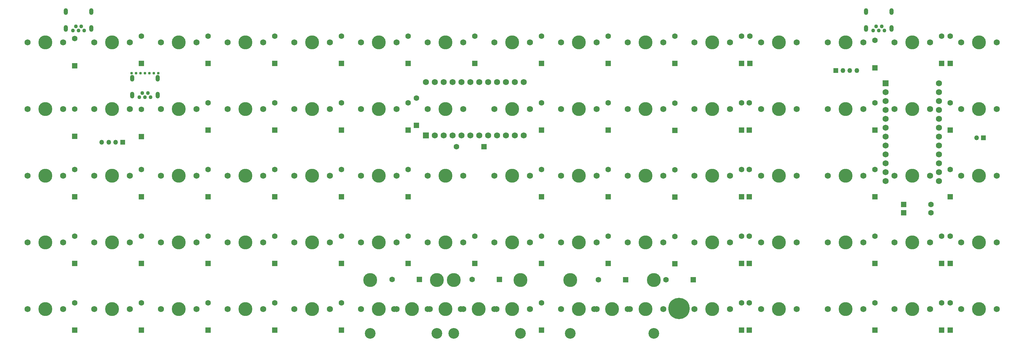
<source format=gbr>
%TF.GenerationSoftware,KiCad,Pcbnew,(5.1.7)-1*%
%TF.CreationDate,2021-02-07T19:51:08+07:00*%
%TF.ProjectId,75-pixels,37352d70-6978-4656-9c73-2e6b69636164,rev?*%
%TF.SameCoordinates,Original*%
%TF.FileFunction,Soldermask,Top*%
%TF.FilePolarity,Negative*%
%FSLAX46Y46*%
G04 Gerber Fmt 4.6, Leading zero omitted, Abs format (unit mm)*
G04 Created by KiCad (PCBNEW (5.1.7)-1) date 2021-02-07 19:51:08*
%MOMM*%
%LPD*%
G01*
G04 APERTURE LIST*
%ADD10C,1.752600*%
%ADD11R,1.752600X1.752600*%
%ADD12C,3.987800*%
%ADD13C,1.750000*%
%ADD14C,3.048000*%
%ADD15O,1.350000X1.350000*%
%ADD16R,1.350000X1.350000*%
%ADD17C,0.787400*%
%ADD18O,1.200000X1.900000*%
%ADD19C,1.100000*%
%ADD20C,6.100000*%
%ADD21R,1.600000X1.600000*%
%ADD22C,1.600000*%
G04 APERTURE END LIST*
D10*
%TO.C,U2*%
X280432500Y-39092500D03*
X265192500Y-67032500D03*
X280432500Y-41632500D03*
X280432500Y-44172500D03*
X280432500Y-46712500D03*
X280432500Y-49252500D03*
X280432500Y-51792500D03*
X280432500Y-54332500D03*
X280432500Y-56872500D03*
X280432500Y-59412500D03*
X280432500Y-61952500D03*
X280432500Y-64492500D03*
X280432500Y-67032500D03*
X265192500Y-64492500D03*
X265192500Y-61952500D03*
X265192500Y-59412500D03*
X265192500Y-56872500D03*
X265192500Y-54332500D03*
X265192500Y-51792500D03*
X265192500Y-49252500D03*
X265192500Y-46712500D03*
X265192500Y-44172500D03*
X265192500Y-41632500D03*
D11*
X265192500Y-39092500D03*
%TD*%
D10*
%TO.C,U1*%
X133873750Y-38786250D03*
X161813750Y-54026250D03*
X136413750Y-38786250D03*
X138953750Y-38786250D03*
X141493750Y-38786250D03*
X144033750Y-38786250D03*
X146573750Y-38786250D03*
X149113750Y-38786250D03*
X151653750Y-38786250D03*
X154193750Y-38786250D03*
X156733750Y-38786250D03*
X159273750Y-38786250D03*
X161813750Y-38786250D03*
X159273750Y-54026250D03*
X156733750Y-54026250D03*
X154193750Y-54026250D03*
X151653750Y-54026250D03*
X149113750Y-54026250D03*
X146573750Y-54026250D03*
X144033750Y-54026250D03*
X141493750Y-54026250D03*
X138953750Y-54026250D03*
X136413750Y-54026250D03*
D11*
X133873750Y-54026250D03*
%TD*%
D12*
%TO.C,MX_2u_1*%
X148950000Y-103575000D03*
D13*
X143870000Y-103575000D03*
X154030000Y-103575000D03*
D14*
X137043750Y-110560000D03*
X160856250Y-110560000D03*
D12*
X137043750Y-95320000D03*
X160856250Y-95320000D03*
%TD*%
D15*
%TO.C,RESET1*%
X291156250Y-54656250D03*
D16*
X293156250Y-54656250D03*
%TD*%
D17*
%TO.C,REF\u002A\u002A*%
X54843750Y-36214750D03*
X56113750Y-36214750D03*
X57383750Y-36214750D03*
X53573750Y-36214750D03*
X52303750Y-36214750D03*
%TD*%
D15*
%TO.C,J5*%
X256968750Y-35437500D03*
X254968750Y-35437500D03*
X252968750Y-35437500D03*
D16*
X250968750Y-35437500D03*
%TD*%
D18*
%TO.C,J4*%
X266900000Y-23437500D03*
X259600000Y-23437500D03*
D19*
X261650000Y-24037500D03*
X262450000Y-22837500D03*
X263250000Y-24037500D03*
X264050000Y-22837500D03*
X264850000Y-24037500D03*
D18*
X259600000Y-18617500D03*
X266900000Y-18617500D03*
%TD*%
D20*
%TO.C,Poker_oval_hole*%
X206156250Y-103406250D03*
%TD*%
D13*
%TO.C,MX0_13*%
X277855000Y-27375000D03*
X267695000Y-27375000D03*
D12*
X272775000Y-27375000D03*
%TD*%
D17*
%TO.C,REF\u002A\u002A*%
X49772500Y-36214750D03*
X51042500Y-36214750D03*
X54852500Y-36214750D03*
X53582500Y-36214750D03*
X52312500Y-36214750D03*
%TD*%
D13*
%TO.C,MX1_1*%
X49255000Y-46425000D03*
X39095000Y-46425000D03*
D12*
X44175000Y-46425000D03*
%TD*%
D13*
%TO.C,MX0_2*%
X68305000Y-27375000D03*
X58145000Y-27375000D03*
D12*
X63225000Y-27375000D03*
%TD*%
%TO.C,MX_2u_2*%
X187050000Y-103575000D03*
D13*
X181970000Y-103575000D03*
X192130000Y-103575000D03*
D14*
X175143750Y-110560000D03*
X198956250Y-110560000D03*
D12*
X175143750Y-95320000D03*
X198956250Y-95320000D03*
%TD*%
%TO.C,MX_2u_0*%
X129900000Y-103575000D03*
D13*
X124820000Y-103575000D03*
X134980000Y-103575000D03*
D14*
X117993750Y-110560000D03*
X141806250Y-110560000D03*
D12*
X117993750Y-95320000D03*
X141806250Y-95320000D03*
%TD*%
D15*
%TO.C,J3*%
X41250000Y-55968750D03*
X43250000Y-55968750D03*
X45250000Y-55968750D03*
D16*
X47250000Y-55968750D03*
%TD*%
D13*
%TO.C,MX0_1*%
X49255000Y-27375000D03*
X39095000Y-27375000D03*
D12*
X44175000Y-27375000D03*
%TD*%
D13*
%TO.C,MX0_0*%
X30205000Y-27375000D03*
X20045000Y-27375000D03*
D12*
X25125000Y-27375000D03*
%TD*%
D13*
%TO.C,MX0_3*%
X87355000Y-27375000D03*
X77195000Y-27375000D03*
D12*
X82275000Y-27375000D03*
%TD*%
D13*
%TO.C,MX0_5*%
X125455000Y-27375000D03*
X115295000Y-27375000D03*
D12*
X120375000Y-27375000D03*
%TD*%
D13*
%TO.C,MX0_6*%
X144505000Y-27375000D03*
X134345000Y-27375000D03*
D12*
X139425000Y-27375000D03*
%TD*%
D13*
%TO.C,MX0_8*%
X182605000Y-27375000D03*
X172445000Y-27375000D03*
D12*
X177525000Y-27375000D03*
%TD*%
D13*
%TO.C,MX0_9*%
X201655000Y-27375000D03*
X191495000Y-27375000D03*
D12*
X196575000Y-27375000D03*
%TD*%
D13*
%TO.C,MX0_11*%
X239755000Y-27375000D03*
X229595000Y-27375000D03*
D12*
X234675000Y-27375000D03*
%TD*%
D13*
%TO.C,MX0_12*%
X258805000Y-27375000D03*
X248645000Y-27375000D03*
D12*
X253725000Y-27375000D03*
%TD*%
D13*
%TO.C,MX1_0*%
X30205000Y-46425000D03*
X20045000Y-46425000D03*
D12*
X25125000Y-46425000D03*
%TD*%
D13*
%TO.C,MX1_2*%
X68305000Y-46425000D03*
X58145000Y-46425000D03*
D12*
X63225000Y-46425000D03*
%TD*%
D13*
%TO.C,MX1_3*%
X87355000Y-46425000D03*
X77195000Y-46425000D03*
D12*
X82275000Y-46425000D03*
%TD*%
D13*
%TO.C,MX1_4*%
X106405000Y-46425000D03*
X96245000Y-46425000D03*
D12*
X101325000Y-46425000D03*
%TD*%
D13*
%TO.C,MX1_5*%
X125455000Y-46425000D03*
X115295000Y-46425000D03*
D12*
X120375000Y-46425000D03*
%TD*%
D13*
%TO.C,MX1_6*%
X144505000Y-46425000D03*
X134345000Y-46425000D03*
D12*
X139425000Y-46425000D03*
%TD*%
D13*
%TO.C,MX1_7*%
X163555000Y-46425000D03*
X153395000Y-46425000D03*
D12*
X158475000Y-46425000D03*
%TD*%
D13*
%TO.C,MX1_8*%
X182605000Y-46425000D03*
X172445000Y-46425000D03*
D12*
X177525000Y-46425000D03*
%TD*%
D13*
%TO.C,MX1_9*%
X201655000Y-46425000D03*
X191495000Y-46425000D03*
D12*
X196575000Y-46425000D03*
%TD*%
D13*
%TO.C,MX1_10*%
X220705000Y-46425000D03*
X210545000Y-46425000D03*
D12*
X215625000Y-46425000D03*
%TD*%
D13*
%TO.C,MX1_11*%
X239755000Y-46425000D03*
X229595000Y-46425000D03*
D12*
X234675000Y-46425000D03*
%TD*%
D13*
%TO.C,MX1_12*%
X258805000Y-46425000D03*
X248645000Y-46425000D03*
D12*
X253725000Y-46425000D03*
%TD*%
D13*
%TO.C,MX1_13*%
X277855000Y-46425000D03*
X267695000Y-46425000D03*
D12*
X272775000Y-46425000D03*
%TD*%
D13*
%TO.C,MX2_0*%
X30205000Y-65475000D03*
X20045000Y-65475000D03*
D12*
X25125000Y-65475000D03*
%TD*%
D13*
%TO.C,MX2_1*%
X49255000Y-65475000D03*
X39095000Y-65475000D03*
D12*
X44175000Y-65475000D03*
%TD*%
D13*
%TO.C,MX2_2*%
X68305000Y-65475000D03*
X58145000Y-65475000D03*
D12*
X63225000Y-65475000D03*
%TD*%
D13*
%TO.C,MX2_3*%
X87355000Y-65475000D03*
X77195000Y-65475000D03*
D12*
X82275000Y-65475000D03*
%TD*%
D13*
%TO.C,MX2_4*%
X106405000Y-65475000D03*
X96245000Y-65475000D03*
D12*
X101325000Y-65475000D03*
%TD*%
D13*
%TO.C,MX2_5*%
X125455000Y-65475000D03*
X115295000Y-65475000D03*
D12*
X120375000Y-65475000D03*
%TD*%
D13*
%TO.C,MX2_6*%
X144505000Y-65475000D03*
X134345000Y-65475000D03*
D12*
X139425000Y-65475000D03*
%TD*%
D13*
%TO.C,MX2_7*%
X163555000Y-65475000D03*
X153395000Y-65475000D03*
D12*
X158475000Y-65475000D03*
%TD*%
D13*
%TO.C,MX2_8*%
X182605000Y-65475000D03*
X172445000Y-65475000D03*
D12*
X177525000Y-65475000D03*
%TD*%
D13*
%TO.C,MX2_9*%
X201655000Y-65475000D03*
X191495000Y-65475000D03*
D12*
X196575000Y-65475000D03*
%TD*%
D13*
%TO.C,MX2_10*%
X220705000Y-65475000D03*
X210545000Y-65475000D03*
D12*
X215625000Y-65475000D03*
%TD*%
D13*
%TO.C,MX2_11*%
X239755000Y-65475000D03*
X229595000Y-65475000D03*
D12*
X234675000Y-65475000D03*
%TD*%
D13*
%TO.C,MX2_12*%
X258805000Y-65475000D03*
X248645000Y-65475000D03*
D12*
X253725000Y-65475000D03*
%TD*%
D13*
%TO.C,MX2_13*%
X277855000Y-65475000D03*
X267695000Y-65475000D03*
D12*
X272775000Y-65475000D03*
%TD*%
D13*
%TO.C,MX3_0*%
X30205000Y-84525000D03*
X20045000Y-84525000D03*
D12*
X25125000Y-84525000D03*
%TD*%
D13*
%TO.C,MX3_1*%
X49255000Y-84525000D03*
X39095000Y-84525000D03*
D12*
X44175000Y-84525000D03*
%TD*%
D13*
%TO.C,MX3_2*%
X68305000Y-84525000D03*
X58145000Y-84525000D03*
D12*
X63225000Y-84525000D03*
%TD*%
D13*
%TO.C,MX3_3*%
X87355000Y-84525000D03*
X77195000Y-84525000D03*
D12*
X82275000Y-84525000D03*
%TD*%
D13*
%TO.C,MX3_4*%
X106405000Y-84525000D03*
X96245000Y-84525000D03*
D12*
X101325000Y-84525000D03*
%TD*%
D13*
%TO.C,MX3_5*%
X125455000Y-84525000D03*
X115295000Y-84525000D03*
D12*
X120375000Y-84525000D03*
%TD*%
D13*
%TO.C,MX3_6*%
X144505000Y-84525000D03*
X134345000Y-84525000D03*
D12*
X139425000Y-84525000D03*
%TD*%
D13*
%TO.C,MX3_7*%
X163555000Y-84525000D03*
X153395000Y-84525000D03*
D12*
X158475000Y-84525000D03*
%TD*%
D13*
%TO.C,MX3_8*%
X182605000Y-84525000D03*
X172445000Y-84525000D03*
D12*
X177525000Y-84525000D03*
%TD*%
D13*
%TO.C,MX3_9*%
X201655000Y-84525000D03*
X191495000Y-84525000D03*
D12*
X196575000Y-84525000D03*
%TD*%
D13*
%TO.C,MX3_10*%
X220705000Y-84525000D03*
X210545000Y-84525000D03*
D12*
X215625000Y-84525000D03*
%TD*%
D13*
%TO.C,MX3_11*%
X239755000Y-84525000D03*
X229595000Y-84525000D03*
D12*
X234675000Y-84525000D03*
%TD*%
D13*
%TO.C,MX3_12*%
X258805000Y-84525000D03*
X248645000Y-84525000D03*
D12*
X253725000Y-84525000D03*
%TD*%
D13*
%TO.C,MX3_13*%
X277855000Y-84525000D03*
X267695000Y-84525000D03*
D12*
X272775000Y-84525000D03*
%TD*%
D13*
%TO.C,MX4_0*%
X30205000Y-103575000D03*
X20045000Y-103575000D03*
D12*
X25125000Y-103575000D03*
%TD*%
D13*
%TO.C,MX4_1*%
X49255000Y-103575000D03*
X39095000Y-103575000D03*
D12*
X44175000Y-103575000D03*
%TD*%
D13*
%TO.C,MX4_2*%
X68305000Y-103575000D03*
X58145000Y-103575000D03*
D12*
X63225000Y-103575000D03*
%TD*%
D13*
%TO.C,MX4_3*%
X87355000Y-103575000D03*
X77195000Y-103575000D03*
D12*
X82275000Y-103575000D03*
%TD*%
D13*
%TO.C,MX4_4*%
X106405000Y-103575000D03*
X96245000Y-103575000D03*
D12*
X101325000Y-103575000D03*
%TD*%
D13*
%TO.C,MX4_5*%
X125455000Y-103575000D03*
X115295000Y-103575000D03*
D12*
X120375000Y-103575000D03*
%TD*%
D13*
%TO.C,MX4_6*%
X144505000Y-103575000D03*
X134345000Y-103575000D03*
D12*
X139425000Y-103575000D03*
%TD*%
D13*
%TO.C,MX4_7*%
X163555000Y-103575000D03*
X153395000Y-103575000D03*
D12*
X158475000Y-103575000D03*
%TD*%
D13*
%TO.C,MX4_8*%
X182605000Y-103575000D03*
X172445000Y-103575000D03*
D12*
X177525000Y-103575000D03*
%TD*%
D13*
%TO.C,MX4_9*%
X201655000Y-103575000D03*
X191495000Y-103575000D03*
D12*
X196575000Y-103575000D03*
%TD*%
D13*
%TO.C,MX4_10*%
X220705000Y-103575000D03*
X210545000Y-103575000D03*
D12*
X215625000Y-103575000D03*
%TD*%
D13*
%TO.C,MX4_11*%
X239755000Y-103575000D03*
X229595000Y-103575000D03*
D12*
X234675000Y-103575000D03*
%TD*%
D13*
%TO.C,MX4_12*%
X258805000Y-103575000D03*
X248645000Y-103575000D03*
D12*
X253725000Y-103575000D03*
%TD*%
D13*
%TO.C,MX4_13*%
X277855000Y-103575000D03*
X267695000Y-103575000D03*
D12*
X272775000Y-103575000D03*
%TD*%
D13*
%TO.C,MX0_7*%
X163555000Y-27375000D03*
X153395000Y-27375000D03*
D12*
X158475000Y-27375000D03*
%TD*%
D13*
%TO.C,MX0_4*%
X106405000Y-27375000D03*
X96245000Y-27375000D03*
D12*
X101325000Y-27375000D03*
%TD*%
D13*
%TO.C,MX0_10*%
X220705000Y-27375000D03*
X210545000Y-27375000D03*
D12*
X215625000Y-27375000D03*
%TD*%
D13*
%TO.C,MX0_14*%
X296905000Y-27375000D03*
X286745000Y-27375000D03*
D12*
X291825000Y-27375000D03*
%TD*%
D13*
%TO.C,MX1_14*%
X296905000Y-46425000D03*
X286745000Y-46425000D03*
D12*
X291825000Y-46425000D03*
%TD*%
D13*
%TO.C,MX2_14*%
X296905000Y-65475000D03*
X286745000Y-65475000D03*
D12*
X291825000Y-65475000D03*
%TD*%
D13*
%TO.C,MX3_14*%
X296905000Y-84525000D03*
X286745000Y-84525000D03*
D12*
X291825000Y-84525000D03*
%TD*%
D13*
%TO.C,MX4_14*%
X296905000Y-103575000D03*
X286745000Y-103575000D03*
D12*
X291825000Y-103575000D03*
%TD*%
D18*
%TO.C,J2*%
X57281250Y-42468750D03*
X49981250Y-42468750D03*
D19*
X52031250Y-43068750D03*
X52831250Y-41868750D03*
X53631250Y-43068750D03*
X54431250Y-41868750D03*
X55231250Y-43068750D03*
D18*
X49981250Y-37648750D03*
X57281250Y-37648750D03*
%TD*%
%TO.C,J1*%
X38287500Y-23437500D03*
X30987500Y-23437500D03*
D19*
X33037500Y-24037500D03*
X33837500Y-22837500D03*
X34637500Y-24037500D03*
X35437500Y-22837500D03*
X36237500Y-24037500D03*
D18*
X30987500Y-18617500D03*
X38287500Y-18617500D03*
%TD*%
D21*
%TO.C,D4_14*%
X283687500Y-109631250D03*
D22*
X283687500Y-101831250D03*
%TD*%
D21*
%TO.C,D4_13*%
X281212500Y-109631250D03*
D22*
X281212500Y-101831250D03*
%TD*%
D21*
%TO.C,D4_12*%
X262162500Y-109631250D03*
D22*
X262162500Y-101831250D03*
%TD*%
D21*
%TO.C,D4_11*%
X226237500Y-109631250D03*
D22*
X226237500Y-101831250D03*
%TD*%
D21*
%TO.C,D4_10*%
X224062500Y-109631250D03*
D22*
X224062500Y-101831250D03*
%TD*%
D21*
%TO.C,D4_9*%
X210243750Y-95250000D03*
D22*
X202443750Y-95250000D03*
%TD*%
D21*
%TO.C,D4_8*%
X190931250Y-95250000D03*
D22*
X183131250Y-95250000D03*
%TD*%
D21*
%TO.C,D4_7*%
X166912500Y-109631250D03*
D22*
X166912500Y-101831250D03*
%TD*%
D21*
%TO.C,D4_6*%
X154837500Y-95156250D03*
D22*
X147037500Y-95156250D03*
%TD*%
D21*
%TO.C,D4_5*%
X131993750Y-95156250D03*
D22*
X124193750Y-95156250D03*
%TD*%
D21*
%TO.C,D4_4*%
X109762500Y-109631250D03*
D22*
X109762500Y-101831250D03*
%TD*%
D21*
%TO.C,D4_3*%
X90712500Y-109631250D03*
D22*
X90712500Y-101831250D03*
%TD*%
D21*
%TO.C,D4_2*%
X71662500Y-109631250D03*
D22*
X71662500Y-101831250D03*
%TD*%
D21*
%TO.C,D4_1*%
X52612500Y-109631250D03*
D22*
X52612500Y-101831250D03*
%TD*%
D21*
%TO.C,D4_0*%
X33562500Y-109631250D03*
D22*
X33562500Y-101831250D03*
%TD*%
D21*
%TO.C,D3_14*%
X283687500Y-90581250D03*
D22*
X283687500Y-82781250D03*
%TD*%
D21*
%TO.C,D3_13*%
X281212500Y-90581250D03*
D22*
X281212500Y-82781250D03*
%TD*%
D21*
%TO.C,D3_12*%
X262162500Y-90581250D03*
D22*
X262162500Y-82781250D03*
%TD*%
D21*
%TO.C,D3_11*%
X226237500Y-90581250D03*
D22*
X226237500Y-82781250D03*
%TD*%
D21*
%TO.C,D3_10*%
X224062500Y-90581250D03*
D22*
X224062500Y-82781250D03*
%TD*%
D21*
%TO.C,D3_9*%
X205031250Y-90656250D03*
D22*
X205031250Y-82856250D03*
%TD*%
D21*
%TO.C,D3_8*%
X185962500Y-90581250D03*
D22*
X185962500Y-82781250D03*
%TD*%
D21*
%TO.C,D3_7*%
X166912500Y-90581250D03*
D22*
X166912500Y-82781250D03*
%TD*%
D21*
%TO.C,D3_6*%
X147862500Y-90581250D03*
D22*
X147862500Y-82781250D03*
%TD*%
D21*
%TO.C,D3_5*%
X128812500Y-90581250D03*
D22*
X128812500Y-82781250D03*
%TD*%
D21*
%TO.C,D3_4*%
X109762500Y-90581250D03*
D22*
X109762500Y-82781250D03*
%TD*%
D21*
%TO.C,D3_3*%
X90712500Y-90581250D03*
D22*
X90712500Y-82781250D03*
%TD*%
D21*
%TO.C,D3_2*%
X71662500Y-90581250D03*
D22*
X71662500Y-82781250D03*
%TD*%
D21*
%TO.C,D3_1*%
X52612500Y-90581250D03*
D22*
X52612500Y-82781250D03*
%TD*%
D21*
%TO.C,D3_0*%
X33562500Y-90581250D03*
D22*
X33562500Y-82781250D03*
%TD*%
D21*
%TO.C,D2_14*%
X283687500Y-71531250D03*
D22*
X283687500Y-63731250D03*
%TD*%
D21*
%TO.C,D2_13*%
X270318750Y-76125000D03*
D22*
X278118750Y-76125000D03*
%TD*%
D21*
%TO.C,D2_12*%
X262162500Y-71531250D03*
D22*
X262162500Y-63731250D03*
%TD*%
D21*
%TO.C,D2_11*%
X226237500Y-71531250D03*
D22*
X226237500Y-63731250D03*
%TD*%
D21*
%TO.C,D2_10*%
X224062500Y-71531250D03*
D22*
X224062500Y-63731250D03*
%TD*%
D21*
%TO.C,D2_9*%
X205031250Y-71606250D03*
D22*
X205031250Y-63806250D03*
%TD*%
D21*
%TO.C,D2_8*%
X185962500Y-71531250D03*
D22*
X185962500Y-63731250D03*
%TD*%
D21*
%TO.C,D2_7*%
X166912500Y-71531250D03*
D22*
X166912500Y-63731250D03*
%TD*%
D21*
%TO.C,D2_6*%
X150431250Y-57187500D03*
D22*
X142631250Y-57187500D03*
%TD*%
D21*
%TO.C,D2_5*%
X128812500Y-71531250D03*
D22*
X128812500Y-63731250D03*
%TD*%
D21*
%TO.C,D2_4*%
X109762500Y-71531250D03*
D22*
X109762500Y-63731250D03*
%TD*%
D21*
%TO.C,D2_3*%
X90712500Y-71531250D03*
D22*
X90712500Y-63731250D03*
%TD*%
D21*
%TO.C,D2_2*%
X71662500Y-71531250D03*
D22*
X71662500Y-63731250D03*
%TD*%
D21*
%TO.C,D2_1*%
X52612500Y-71531250D03*
D22*
X52612500Y-63731250D03*
%TD*%
D21*
%TO.C,D2_0*%
X33562500Y-71531250D03*
D22*
X33562500Y-63731250D03*
%TD*%
D21*
%TO.C,D1_14*%
X283687500Y-52481250D03*
D22*
X283687500Y-44681250D03*
%TD*%
D21*
%TO.C,D1_13*%
X270318750Y-73687500D03*
D22*
X278118750Y-73687500D03*
%TD*%
D21*
%TO.C,D1_12*%
X262162500Y-52481250D03*
D22*
X262162500Y-44681250D03*
%TD*%
D21*
%TO.C,D1_11*%
X226237500Y-52481250D03*
D22*
X226237500Y-44681250D03*
%TD*%
D21*
%TO.C,D1_10*%
X224062500Y-52481250D03*
D22*
X224062500Y-44681250D03*
%TD*%
D21*
%TO.C,D1_9*%
X205031250Y-52556250D03*
D22*
X205031250Y-44756250D03*
%TD*%
D21*
%TO.C,D1_8*%
X185962500Y-52481250D03*
D22*
X185962500Y-44681250D03*
%TD*%
D21*
%TO.C,D1_7*%
X166912500Y-52481250D03*
D22*
X166912500Y-44681250D03*
%TD*%
D21*
%TO.C,D1_6*%
X131156250Y-51150000D03*
D22*
X131156250Y-43350000D03*
%TD*%
D21*
%TO.C,D1_5*%
X128812500Y-52481250D03*
D22*
X128812500Y-44681250D03*
%TD*%
D21*
%TO.C,D1_4*%
X109762500Y-52481250D03*
D22*
X109762500Y-44681250D03*
%TD*%
D21*
%TO.C,D1_3*%
X90712500Y-52481250D03*
D22*
X90712500Y-44681250D03*
%TD*%
D21*
%TO.C,D1_2*%
X71662500Y-52481250D03*
D22*
X71662500Y-44681250D03*
%TD*%
D21*
%TO.C,D1_1*%
X52593750Y-54337500D03*
D22*
X52593750Y-46537500D03*
%TD*%
D21*
%TO.C,D1_0*%
X33562500Y-54243750D03*
D22*
X33562500Y-46443750D03*
%TD*%
D21*
%TO.C,D0_14*%
X283687500Y-33431250D03*
D22*
X283687500Y-25631250D03*
%TD*%
D21*
%TO.C,D0_13*%
X281212500Y-33431250D03*
D22*
X281212500Y-25631250D03*
%TD*%
D21*
%TO.C,D0_12*%
X262162500Y-34650000D03*
D22*
X262162500Y-26850000D03*
%TD*%
D21*
%TO.C,D0_11*%
X226406250Y-33431250D03*
D22*
X226406250Y-25631250D03*
%TD*%
D21*
%TO.C,D0_10*%
X224062500Y-33431250D03*
D22*
X224062500Y-25631250D03*
%TD*%
D21*
%TO.C,D0_9*%
X205012500Y-33431250D03*
D22*
X205012500Y-25631250D03*
%TD*%
D21*
%TO.C,D0_8*%
X185962500Y-33431250D03*
D22*
X185962500Y-25631250D03*
%TD*%
D21*
%TO.C,D0_7*%
X166912500Y-33431250D03*
D22*
X166912500Y-25631250D03*
%TD*%
D21*
%TO.C,D0_6*%
X147862500Y-33431250D03*
D22*
X147862500Y-25631250D03*
%TD*%
D21*
%TO.C,D0_5*%
X128812500Y-33431250D03*
D22*
X128812500Y-25631250D03*
%TD*%
D21*
%TO.C,D0_4*%
X109762500Y-33431250D03*
D22*
X109762500Y-25631250D03*
%TD*%
D21*
%TO.C,D0_3*%
X90712500Y-33431250D03*
D22*
X90712500Y-25631250D03*
%TD*%
D21*
%TO.C,D0_2*%
X71662500Y-33431250D03*
D22*
X71662500Y-25631250D03*
%TD*%
D21*
%TO.C,D0_1*%
X52612500Y-33431250D03*
D22*
X52612500Y-25631250D03*
%TD*%
D21*
%TO.C,D0_0*%
X33562500Y-34087500D03*
D22*
X33562500Y-26287500D03*
%TD*%
M02*

</source>
